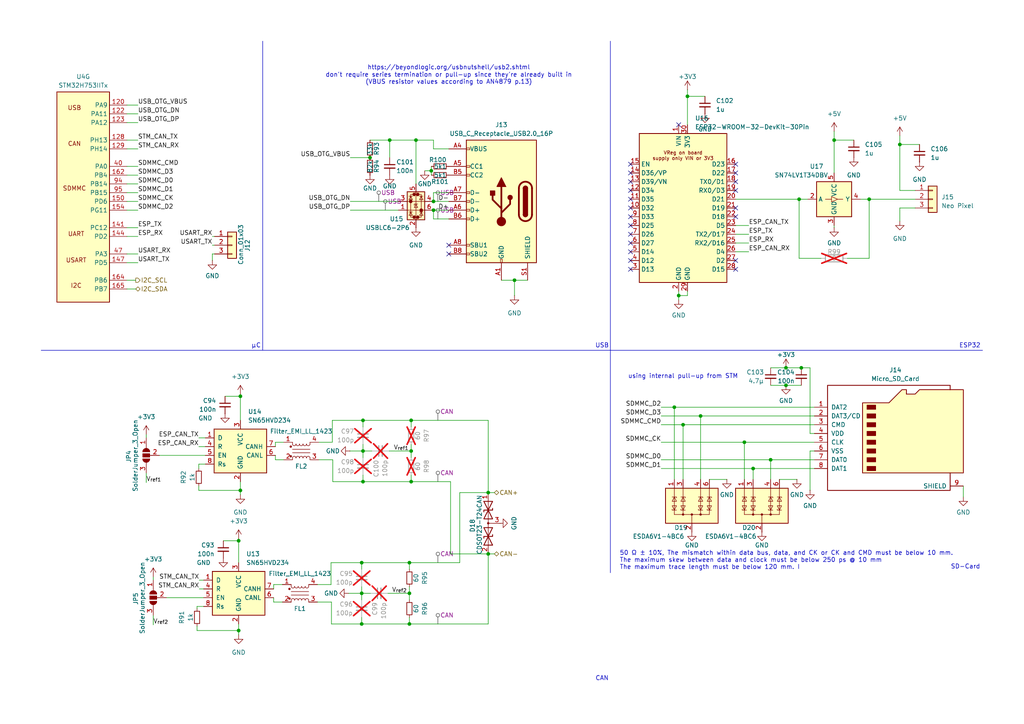
<source format=kicad_sch>
(kicad_sch
	(version 20250114)
	(generator "eeschema")
	(generator_version "9.0")
	(uuid "c61dd313-04ad-474f-9718-66b9bce07315")
	(paper "A4")
	
	(text "50 Ω ± 10%, The mismatch within data bus, data, and CK or CK and CMD must be below 10 mm.\nThe maximum skew between data and clock must be below 250 ps @ 10 mm\nThe maximum trace length must be below 120 mm. I"
		(exclude_from_sim no)
		(at 179.705 162.56 0)
		(effects
			(font
				(size 1.27 1.27)
			)
			(justify left)
		)
		(uuid "0232814d-2630-4b56-a948-0a44be293620")
	)
	(text "USB"
		(exclude_from_sim no)
		(at 174.625 100.33 0)
		(effects
			(font
				(size 1.27 1.27)
			)
		)
		(uuid "030ac795-edf5-444d-9323-762df8451be4")
	)
	(text "SD-Card"
		(exclude_from_sim no)
		(at 280.035 164.465 0)
		(effects
			(font
				(size 1.27 1.27)
			)
		)
		(uuid "05828fab-2d04-4397-b843-7a8ebdd025b6")
	)
	(text "don't require series termination or pull-up since they're already built in\n(VBUS resistor values according to AN4879 p.13)"
		(exclude_from_sim no)
		(at 130.175 22.86 0)
		(effects
			(font
				(size 1.27 1.27)
			)
		)
		(uuid "1055d774-b6a1-419a-b048-36be66eef259")
	)
	(text "µC"
		(exclude_from_sim no)
		(at 74.295 100.33 0)
		(effects
			(font
				(size 1.27 1.27)
			)
		)
		(uuid "116a24cc-e1f0-4e0d-bea5-abd9a8f91599")
	)
	(text "https://beyondlogic.org/usbnutshell/usb2.shtml"
		(exclude_from_sim no)
		(at 130.175 19.685 0)
		(effects
			(font
				(size 1.27 1.27)
			)
			(href "https://beyondlogic.org/usbnutshell/usb2.shtml")
		)
		(uuid "17aebb66-f36f-4773-91b3-aa6e98e3a3df")
	)
	(text "ESP32"
		(exclude_from_sim no)
		(at 281.305 100.33 0)
		(effects
			(font
				(size 1.27 1.27)
			)
		)
		(uuid "2f1a1088-c0ce-4de9-ae6e-34c8798ff98b")
	)
	(text "using internal pull-up from STM"
		(exclude_from_sim no)
		(at 198.12 109.22 0)
		(effects
			(font
				(size 1.27 1.27)
			)
		)
		(uuid "a2052886-6177-4247-95db-c4b735b95dd6")
	)
	(text "CAN"
		(exclude_from_sim no)
		(at 174.625 196.85 0)
		(effects
			(font
				(size 1.27 1.27)
			)
		)
		(uuid "aaa6aba1-4600-4726-ab41-4812b09f5f58")
	)
	(junction
		(at 231.775 57.785)
		(diameter 0)
		(color 0 0 0 0)
		(uuid "05cfbb34-84b8-41f9-b2c6-e5b00514da1d")
	)
	(junction
		(at 215.9 128.27)
		(diameter 0)
		(color 0 0 0 0)
		(uuid "0bbc3a19-37df-42ad-91f0-8540a0395fb7")
	)
	(junction
		(at 227.965 106.68)
		(diameter 0)
		(color 0 0 0 0)
		(uuid "18ab2d23-28e9-4932-9559-08cfc3b6ac2c")
	)
	(junction
		(at 232.41 106.68)
		(diameter 0)
		(color 0 0 0 0)
		(uuid "24fd9673-2273-4cc7-b851-95d6418ffacd")
	)
	(junction
		(at 118.745 180.975)
		(diameter 0)
		(color 0 0 0 0)
		(uuid "28a47998-b579-477b-8bd7-5184e4777d5e")
	)
	(junction
		(at 119.253 130.81)
		(diameter 0)
		(color 0 0 0 0)
		(uuid "3162dd44-bd73-462d-a1ba-3ec68e82b83a")
	)
	(junction
		(at 252.095 57.785)
		(diameter 0)
		(color 0 0 0 0)
		(uuid "318c4647-7bc1-4283-9b65-f73983dbd071")
	)
	(junction
		(at 149.225 81.28)
		(diameter 0)
		(color 0 0 0 0)
		(uuid "3c1013bf-bfba-435b-96c5-025b99d0e79f")
	)
	(junction
		(at 69.723 142.24)
		(diameter 0)
		(color 0 0 0 0)
		(uuid "3d875b4c-a7a5-4903-ad64-3ecea35d872b")
	)
	(junction
		(at 69.723 114.935)
		(diameter 0)
		(color 0 0 0 0)
		(uuid "41b0bad5-7e8d-4b02-8ba8-4522831df7e6")
	)
	(junction
		(at 107.315 45.72)
		(diameter 0)
		(color 0 0 0 0)
		(uuid "46e9cd3f-c4dc-4e06-874a-970861c8e4d0")
	)
	(junction
		(at 195.58 118.11)
		(diameter 0)
		(color 0 0 0 0)
		(uuid "483c68f8-8db5-413f-96da-d4c2dccc7777")
	)
	(junction
		(at 69.215 182.88)
		(diameter 0)
		(color 0 0 0 0)
		(uuid "4dfb8dde-4cef-4814-89d9-dc2c67abc0ea")
	)
	(junction
		(at 218.44 135.89)
		(diameter 0)
		(color 0 0 0 0)
		(uuid "50b25640-4ca4-435d-9ca2-96918ac454bf")
	)
	(junction
		(at 198.12 123.19)
		(diameter 0)
		(color 0 0 0 0)
		(uuid "52bd35f7-90f4-444f-80c2-b19c5579d427")
	)
	(junction
		(at 104.902 163.195)
		(diameter 0)
		(color 0 0 0 0)
		(uuid "53b32a67-343e-432d-9256-006aedde493b")
	)
	(junction
		(at 119.253 139.7)
		(diameter 0)
		(color 0 0 0 0)
		(uuid "6c0e76a3-6aad-4fb4-a948-d5eac4447136")
	)
	(junction
		(at 105.283 121.92)
		(diameter 0)
		(color 0 0 0 0)
		(uuid "7481ae21-ea6c-45fa-90b7-25db4fcacac0")
	)
	(junction
		(at 125.73 60.96)
		(diameter 0)
		(color 0 0 0 0)
		(uuid "76eb61ee-a5dc-435a-8704-218432069d76")
	)
	(junction
		(at 227.965 111.76)
		(diameter 0)
		(color 0 0 0 0)
		(uuid "7b77a6c7-da0a-42bd-826a-b38b72133772")
	)
	(junction
		(at 69.215 156.845)
		(diameter 0)
		(color 0 0 0 0)
		(uuid "7c2aa378-d994-4cbb-a7fd-662b6a6dbd3e")
	)
	(junction
		(at 223.52 133.35)
		(diameter 0)
		(color 0 0 0 0)
		(uuid "83a97a6e-f8be-41f0-8991-cb39de58c4f2")
	)
	(junction
		(at 199.39 27.94)
		(diameter 0)
		(color 0 0 0 0)
		(uuid "8a2ddf5a-e56d-4ddb-b3a7-3ce78fdb1ea7")
	)
	(junction
		(at 104.902 180.975)
		(diameter 0)
		(color 0 0 0 0)
		(uuid "8c902d7a-9a97-4247-a024-6511c85f57b0")
	)
	(junction
		(at 119.253 121.92)
		(diameter 0)
		(color 0 0 0 0)
		(uuid "9727df9d-30c2-4d31-a4a4-c18de4a38ffd")
	)
	(junction
		(at 141.605 160.655)
		(diameter 0)
		(color 0 0 0 0)
		(uuid "9b258187-c52a-4e59-8789-b7ac6ed5dc99")
	)
	(junction
		(at 104.902 172.085)
		(diameter 0)
		(color 0 0 0 0)
		(uuid "9cc87ece-ed33-40de-966c-51c2001dc894")
	)
	(junction
		(at 105.283 130.81)
		(diameter 0)
		(color 0 0 0 0)
		(uuid "9cdc856e-55bf-4f24-8496-a3f3c835efb4")
	)
	(junction
		(at 120.65 40.64)
		(diameter 0)
		(color 0 0 0 0)
		(uuid "9ea8c7a2-1503-4324-bc92-c95e051488ac")
	)
	(junction
		(at 141.605 142.875)
		(diameter 0)
		(color 0 0 0 0)
		(uuid "a02cb7ca-67e1-4267-9b51-48bfa47aa699")
	)
	(junction
		(at 203.2 120.65)
		(diameter 0)
		(color 0 0 0 0)
		(uuid "a030d523-f685-498c-a6ce-88394aca3cb6")
	)
	(junction
		(at 118.745 163.195)
		(diameter 0)
		(color 0 0 0 0)
		(uuid "b60abf17-3e74-47af-a488-26c720dd0b0f")
	)
	(junction
		(at 118.745 172.085)
		(diameter 0)
		(color 0 0 0 0)
		(uuid "b6c8fd7b-67f5-4777-9880-dd70ef3914a0")
	)
	(junction
		(at 196.85 85.725)
		(diameter 0)
		(color 0 0 0 0)
		(uuid "cee00a16-43e6-4734-87be-e840da75aabc")
	)
	(junction
		(at 105.283 139.7)
		(diameter 0)
		(color 0 0 0 0)
		(uuid "cf065f4e-64c6-411f-9278-3cbeff3ad8fd")
	)
	(junction
		(at 125.095 49.53)
		(diameter 0)
		(color 0 0 0 0)
		(uuid "d302f7ee-d45d-43f0-9f1f-85368a116229")
	)
	(junction
		(at 260.985 41.91)
		(diameter 0)
		(color 0 0 0 0)
		(uuid "e4280f40-0a8b-46b8-8a3f-bdc2bbc7d561")
	)
	(junction
		(at 241.935 40.64)
		(diameter 0)
		(color 0 0 0 0)
		(uuid "e66e4697-c658-4daa-8505-29693d7c6fa8")
	)
	(junction
		(at 125.73 58.42)
		(diameter 0)
		(color 0 0 0 0)
		(uuid "e8da3965-6ebf-4303-bffa-5c0b2fe16f2a")
	)
	(junction
		(at 113.03 40.64)
		(diameter 0)
		(color 0 0 0 0)
		(uuid "eef95e3a-9baf-4512-9c0f-0fb5481cc6c4")
	)
	(no_connect
		(at 182.88 73.025)
		(uuid "0f78565a-9a79-4977-842d-db81c2f3a858")
	)
	(no_connect
		(at 182.88 55.245)
		(uuid "1635493b-c0b0-4b22-91c0-dd20f89d28d6")
	)
	(no_connect
		(at 182.88 57.785)
		(uuid "2cd37b9b-1e16-4721-baaf-0f02fff9ee15")
	)
	(no_connect
		(at 213.36 47.625)
		(uuid "2e298096-7ace-418c-89a7-3d43d6bed0db")
	)
	(no_connect
		(at 182.88 60.325)
		(uuid "3bc25636-dee2-443e-8ccb-a980f456ac63")
	)
	(no_connect
		(at 182.88 50.165)
		(uuid "43d8676e-50c6-4697-acd1-a078ec396d67")
	)
	(no_connect
		(at 182.88 65.405)
		(uuid "4a7c660c-ecc7-4617-8099-7833ce97674f")
	)
	(no_connect
		(at 182.88 47.625)
		(uuid "5a25121c-a1f8-402a-a503-9b4b6773db57")
	)
	(no_connect
		(at 196.85 36.195)
		(uuid "5c9306cf-381b-4d82-8a3a-52bc964f2a36")
	)
	(no_connect
		(at 213.36 52.705)
		(uuid "5c964bdf-2ed2-4eef-b541-8ce09ccb6359")
	)
	(no_connect
		(at 182.88 78.105)
		(uuid "5cab31a6-586b-4cbb-8e74-6785a73b7287")
	)
	(no_connect
		(at 213.36 75.565)
		(uuid "627c0ac6-463b-4d74-9056-912f48f57f8c")
	)
	(no_connect
		(at 182.88 67.945)
		(uuid "662f2eb1-7541-4b5a-9b3e-348e11036abd")
	)
	(no_connect
		(at 182.88 52.705)
		(uuid "73269fd7-c364-4aef-a8b5-a2eabdfa97a8")
	)
	(no_connect
		(at 213.36 60.325)
		(uuid "797e1eed-a489-45da-8c0f-184fc597169c")
	)
	(no_connect
		(at 182.88 75.565)
		(uuid "8365a6d4-6d29-461b-904c-0324ca06fc5a")
	)
	(no_connect
		(at 182.88 62.865)
		(uuid "8ac847d1-9069-40ae-a3f2-d3aed782fb55")
	)
	(no_connect
		(at 213.36 78.105)
		(uuid "8f56c4af-52dc-4612-9881-b40f131d9649")
	)
	(no_connect
		(at 213.36 50.165)
		(uuid "b938ea39-6292-4387-8cd7-875c20a9d49a")
	)
	(no_connect
		(at 130.175 71.12)
		(uuid "d7064c93-16c6-497d-859a-7b410a29e175")
	)
	(no_connect
		(at 213.36 55.245)
		(uuid "da2de24c-d775-46ec-8771-ff0ede014a17")
	)
	(no_connect
		(at 130.175 73.66)
		(uuid "e5cfba84-9aae-4335-81b2-f9420a56298e")
	)
	(no_connect
		(at 182.88 70.485)
		(uuid "e700e196-44ff-4ef8-a8e9-38a5e666b895")
	)
	(no_connect
		(at 213.36 62.865)
		(uuid "ffc9674a-9076-447f-ba67-71a5716efeb9")
	)
	(wire
		(pts
			(xy 198.12 123.19) (xy 198.12 139.065)
		)
		(stroke
			(width 0)
			(type default)
		)
		(uuid "0126e725-cd4a-43de-a635-49074d4eee16")
	)
	(wire
		(pts
			(xy 113.03 40.64) (xy 120.65 40.64)
		)
		(stroke
			(width 0)
			(type default)
		)
		(uuid "03b6b96d-d108-4c6b-b2b6-d370d0813a07")
	)
	(wire
		(pts
			(xy 40.005 53.34) (xy 36.83 53.34)
		)
		(stroke
			(width 0)
			(type default)
		)
		(uuid "069c83cc-66af-4239-a3f2-6fc7c9797843")
	)
	(wire
		(pts
			(xy 227.965 106.68) (xy 232.41 106.68)
		)
		(stroke
			(width 0)
			(type default)
		)
		(uuid "0720b77c-06ec-4ddc-af8a-933409149d5c")
	)
	(wire
		(pts
			(xy 252.095 57.785) (xy 252.095 74.93)
		)
		(stroke
			(width 0)
			(type default)
		)
		(uuid "07821e1a-6081-4b53-af8d-3407e5dfe479")
	)
	(wire
		(pts
			(xy 96.139 174.625) (xy 96.139 180.975)
		)
		(stroke
			(width 0)
			(type default)
		)
		(uuid "07b7ef48-98f5-4f9c-8c83-e93a23111e86")
	)
	(wire
		(pts
			(xy 217.17 65.405) (xy 213.36 65.405)
		)
		(stroke
			(width 0)
			(type default)
		)
		(uuid "08072ded-74bf-4b0b-806c-19444be54a5d")
	)
	(wire
		(pts
			(xy 101.6 58.42) (xy 115.57 58.42)
		)
		(stroke
			(width 0)
			(type default)
		)
		(uuid "082fce0a-328f-4c33-b82d-f736243226bd")
	)
	(wire
		(pts
			(xy 125.095 49.53) (xy 125.095 50.8)
		)
		(stroke
			(width 0)
			(type default)
		)
		(uuid "0ea0bb12-e71d-4036-85a4-6c19fe123590")
	)
	(wire
		(pts
			(xy 79.883 133.35) (xy 79.883 132.08)
		)
		(stroke
			(width 0)
			(type default)
		)
		(uuid "0eb24822-65ba-4fcc-a791-110a601cab9c")
	)
	(wire
		(pts
			(xy 241.935 40.64) (xy 247.65 40.64)
		)
		(stroke
			(width 0)
			(type default)
		)
		(uuid "0ec11d76-de2c-47d9-b68b-71e96f39e5f7")
	)
	(wire
		(pts
			(xy 36.83 55.88) (xy 40.005 55.88)
		)
		(stroke
			(width 0)
			(type default)
		)
		(uuid "0f23c12c-ee24-49ec-857a-7c94676913f0")
	)
	(wire
		(pts
			(xy 113.03 40.64) (xy 113.03 45.72)
		)
		(stroke
			(width 0)
			(type default)
		)
		(uuid "0f360adf-082b-43ce-b071-56ba3d6d1ff9")
	)
	(wire
		(pts
			(xy 223.52 133.35) (xy 236.22 133.35)
		)
		(stroke
			(width 0)
			(type default)
		)
		(uuid "0fe1c355-612f-4426-80ff-01e842356dec")
	)
	(wire
		(pts
			(xy 199.39 27.94) (xy 199.39 36.195)
		)
		(stroke
			(width 0)
			(type default)
		)
		(uuid "11371f3a-622b-4d06-958d-0de2e3aefad4")
	)
	(wire
		(pts
			(xy 44.45 178.435) (xy 44.45 181.229)
		)
		(stroke
			(width 0)
			(type default)
		)
		(uuid "1191196b-173d-4dee-bb6d-b29a4d435163")
	)
	(wire
		(pts
			(xy 260.985 41.91) (xy 260.985 55.245)
		)
		(stroke
			(width 0)
			(type default)
		)
		(uuid "11fcf8a6-a9da-4e10-b537-040a5f04eac6")
	)
	(wire
		(pts
			(xy 92.075 169.545) (xy 96.012 169.545)
		)
		(stroke
			(width 0)
			(type default)
		)
		(uuid "1255d5b2-c80c-45ce-8562-7f9325184eb2")
	)
	(wire
		(pts
			(xy 119.253 121.92) (xy 141.605 121.92)
		)
		(stroke
			(width 0)
			(type default)
		)
		(uuid "16abee5d-4262-4bfd-ba27-099017bd3c89")
	)
	(wire
		(pts
			(xy 199.39 85.725) (xy 199.39 84.455)
		)
		(stroke
			(width 0)
			(type default)
		)
		(uuid "175d1789-0795-45ea-bebd-00c51a23ce0a")
	)
	(wire
		(pts
			(xy 191.77 133.35) (xy 223.52 133.35)
		)
		(stroke
			(width 0)
			(type default)
		)
		(uuid "1771b8ef-8c2d-4dbc-bfd3-902fd9585271")
	)
	(wire
		(pts
			(xy 61.595 73.66) (xy 61.595 75.565)
		)
		(stroke
			(width 0)
			(type default)
		)
		(uuid "1851c3fc-c833-4316-939d-3a55a4935065")
	)
	(wire
		(pts
			(xy 61.595 71.12) (xy 62.23 71.12)
		)
		(stroke
			(width 0)
			(type default)
		)
		(uuid "18ab3ef7-d310-4dfe-9bd7-87f1a836a671")
	)
	(wire
		(pts
			(xy 36.83 33.02) (xy 40.005 33.02)
		)
		(stroke
			(width 0)
			(type default)
		)
		(uuid "1b135d7b-8f10-4d19-9a19-146ba9d74198")
	)
	(wire
		(pts
			(xy 112.522 172.085) (xy 118.745 172.085)
		)
		(stroke
			(width 0)
			(type default)
		)
		(uuid "1c380b4c-4cae-4aa6-b682-a869ce94709e")
	)
	(wire
		(pts
			(xy 96.393 121.92) (xy 105.283 121.92)
		)
		(stroke
			(width 0)
			(type default)
		)
		(uuid "1c39585e-5704-44d0-a33d-b3876c68f352")
	)
	(wire
		(pts
			(xy 69.723 114.3) (xy 69.723 114.935)
		)
		(stroke
			(width 0)
			(type default)
		)
		(uuid "1e2b6175-d853-4821-ba74-1f24382ec349")
	)
	(wire
		(pts
			(xy 105.283 121.92) (xy 119.253 121.92)
		)
		(stroke
			(width 0)
			(type default)
		)
		(uuid "1ecee70f-1b0e-4963-98bb-53f91fcf7497")
	)
	(wire
		(pts
			(xy 118.745 170.18) (xy 118.745 172.085)
		)
		(stroke
			(width 0)
			(type default)
		)
		(uuid "216a5d0c-6bc2-4d57-bfc1-a0137443fd45")
	)
	(wire
		(pts
			(xy 125.73 55.88) (xy 130.175 55.88)
		)
		(stroke
			(width 0)
			(type default)
		)
		(uuid "21acc590-ee7c-4d1e-8e1e-92f9f843d3c0")
	)
	(wire
		(pts
			(xy 36.83 60.96) (xy 40.005 60.96)
		)
		(stroke
			(width 0)
			(type default)
		)
		(uuid "2201ad5c-2ea0-4a84-9169-84f97ac3d850")
	)
	(wire
		(pts
			(xy 125.73 60.96) (xy 130.175 60.96)
		)
		(stroke
			(width 0)
			(type default)
		)
		(uuid "23e71670-b058-4e01-a066-4bf14b43a603")
	)
	(wire
		(pts
			(xy 118.745 172.085) (xy 118.745 173.99)
		)
		(stroke
			(width 0)
			(type default)
		)
		(uuid "25fcae18-2fce-4a2e-b99e-14db92c22b5a")
	)
	(wire
		(pts
			(xy 133.35 142.875) (xy 141.605 142.875)
		)
		(stroke
			(width 0)
			(type default)
		)
		(uuid "27d7ae8c-7eae-4f28-bd8f-3df57c79cc78")
	)
	(wire
		(pts
			(xy 217.17 73.025) (xy 213.36 73.025)
		)
		(stroke
			(width 0)
			(type default)
		)
		(uuid "29423af5-f664-45ad-bb1e-0735e38873c2")
	)
	(wire
		(pts
			(xy 118.745 163.195) (xy 133.35 163.195)
		)
		(stroke
			(width 0)
			(type default)
		)
		(uuid "2d763691-facb-4f15-9e9f-59c2b2d09226")
	)
	(wire
		(pts
			(xy 40.005 30.48) (xy 36.83 30.48)
		)
		(stroke
			(width 0)
			(type default)
		)
		(uuid "2e6d5f7d-e2c5-4fff-9ab8-ff9e5059fed6")
	)
	(wire
		(pts
			(xy 238.125 74.93) (xy 231.775 74.93)
		)
		(stroke
			(width 0)
			(type default)
		)
		(uuid "2fa12003-ea95-4a7e-a7b4-8f6dd8428bb3")
	)
	(wire
		(pts
			(xy 44.45 167.259) (xy 44.45 168.275)
		)
		(stroke
			(width 0)
			(type default)
		)
		(uuid "2fe633c0-4d3d-40d2-b66e-9c920b1c7a86")
	)
	(wire
		(pts
			(xy 218.44 139.065) (xy 218.44 135.89)
		)
		(stroke
			(width 0)
			(type default)
		)
		(uuid "3173a2ad-906e-47f8-a364-fc370f3c628a")
	)
	(wire
		(pts
			(xy 145.415 151.765) (xy 144.653 151.765)
		)
		(stroke
			(width 0)
			(type default)
		)
		(uuid "31a4bbdf-559b-4207-a858-901d74817d56")
	)
	(wire
		(pts
			(xy 65.278 114.935) (xy 69.723 114.935)
		)
		(stroke
			(width 0)
			(type default)
		)
		(uuid "32faf47c-e64c-44b4-9d62-4d28d8d4153b")
	)
	(polyline
		(pts
			(xy 11.938 101.6) (xy 284.988 101.6)
		)
		(stroke
			(width 0)
			(type default)
		)
		(uuid "3585df17-1500-4acf-8047-979ff4b5fedc")
	)
	(wire
		(pts
			(xy 69.215 182.88) (xy 69.215 184.15)
		)
		(stroke
			(width 0)
			(type default)
		)
		(uuid "364b407f-3b1e-4c62-9eb8-d29a94c13635")
	)
	(wire
		(pts
			(xy 130.683 160.655) (xy 130.683 139.7)
		)
		(stroke
			(width 0)
			(type default)
		)
		(uuid "37424b4b-71c8-41c4-b362-ea3007ee2cc4")
	)
	(wire
		(pts
			(xy 231.775 74.93) (xy 231.775 57.785)
		)
		(stroke
			(width 0)
			(type default)
		)
		(uuid "393f9b29-c1fb-4477-8410-888c1c775882")
	)
	(wire
		(pts
			(xy 241.935 38.1) (xy 241.935 40.64)
		)
		(stroke
			(width 0)
			(type default)
		)
		(uuid "395ffaba-dbfc-4c84-b3a1-2617223e9f3e")
	)
	(wire
		(pts
			(xy 96.52 133.35) (xy 96.52 139.7)
		)
		(stroke
			(width 0)
			(type default)
		)
		(uuid "3b6bddeb-5651-4db5-98b2-9b6f3f702707")
	)
	(wire
		(pts
			(xy 101.6 45.72) (xy 107.315 45.72)
		)
		(stroke
			(width 0)
			(type default)
		)
		(uuid "3d2cc28f-a815-44ff-b579-98f1bafc55ff")
	)
	(wire
		(pts
			(xy 236.22 125.73) (xy 234.95 125.73)
		)
		(stroke
			(width 0)
			(type default)
		)
		(uuid "3d36dc6e-fb6c-4d22-b425-43462a3be059")
	)
	(wire
		(pts
			(xy 36.83 73.66) (xy 40.005 73.66)
		)
		(stroke
			(width 0)
			(type default)
		)
		(uuid "3e2111f4-1096-49ea-babe-955e0bcbceb6")
	)
	(wire
		(pts
			(xy 119.253 128.905) (xy 119.253 130.81)
		)
		(stroke
			(width 0)
			(type default)
		)
		(uuid "418d6449-7d54-435c-9348-9ebcc667fba1")
	)
	(wire
		(pts
			(xy 149.225 81.28) (xy 145.415 81.28)
		)
		(stroke
			(width 0)
			(type default)
		)
		(uuid "43eb60ad-a089-43b3-8c73-3cd2d4334140")
	)
	(wire
		(pts
			(xy 226.06 139.065) (xy 231.14 139.065)
		)
		(stroke
			(width 0)
			(type default)
		)
		(uuid "4509c7f5-35ec-4bd1-89e7-1a05d5b53aa2")
	)
	(wire
		(pts
			(xy 125.73 58.42) (xy 125.73 55.88)
		)
		(stroke
			(width 0)
			(type default)
		)
		(uuid "4991bdca-b170-43ed-84ef-9caf2ab85aec")
	)
	(wire
		(pts
			(xy 118.745 179.07) (xy 118.745 180.975)
		)
		(stroke
			(width 0)
			(type default)
		)
		(uuid "4abd7593-788c-4faf-8edb-6bf231a57d07")
	)
	(wire
		(pts
			(xy 61.595 68.58) (xy 62.23 68.58)
		)
		(stroke
			(width 0)
			(type default)
		)
		(uuid "4c385e60-1b83-4735-8d87-273cadd39ee9")
	)
	(wire
		(pts
			(xy 120.65 40.64) (xy 125.73 40.64)
		)
		(stroke
			(width 0)
			(type default)
		)
		(uuid "4c4a7a36-80ee-4595-b311-1291392bf06c")
	)
	(wire
		(pts
			(xy 231.775 57.785) (xy 234.315 57.785)
		)
		(stroke
			(width 0)
			(type default)
		)
		(uuid "4dc32d7f-3ff8-43a5-afb9-2f4908b6a181")
	)
	(wire
		(pts
			(xy 141.605 160.655) (xy 141.605 180.975)
		)
		(stroke
			(width 0)
			(type default)
		)
		(uuid "4f3190e5-1fec-4c20-8c78-bb72eed0982d")
	)
	(wire
		(pts
			(xy 260.985 55.245) (xy 265.43 55.245)
		)
		(stroke
			(width 0)
			(type default)
		)
		(uuid "4f4d3fff-85b9-4083-bd46-2b914ab4a849")
	)
	(wire
		(pts
			(xy 223.52 133.35) (xy 223.52 139.065)
		)
		(stroke
			(width 0)
			(type default)
		)
		(uuid "4ff43a78-6f92-4a7c-8cfb-ed39be066f5a")
	)
	(wire
		(pts
			(xy 234.95 130.81) (xy 234.95 142.24)
		)
		(stroke
			(width 0)
			(type default)
		)
		(uuid "5121f087-75a7-4517-bf80-93142898bd7b")
	)
	(wire
		(pts
			(xy 223.52 111.76) (xy 227.965 111.76)
		)
		(stroke
			(width 0)
			(type default)
		)
		(uuid "551574cf-3580-4b1f-8680-a14f6beb8bdd")
	)
	(wire
		(pts
			(xy 79.883 128.27) (xy 82.296 128.27)
		)
		(stroke
			(width 0)
			(type default)
		)
		(uuid "569600ce-4916-426c-ad6a-43656f889c21")
	)
	(wire
		(pts
			(xy 69.215 156.21) (xy 69.215 156.845)
		)
		(stroke
			(width 0)
			(type default)
		)
		(uuid "573d52d7-2912-42f7-a32c-98f9437fcfb4")
	)
	(wire
		(pts
			(xy 57.785 168.275) (xy 59.055 168.275)
		)
		(stroke
			(width 0)
			(type default)
		)
		(uuid "58a5b0f4-7372-4ed6-b2ff-21c9fc14c383")
	)
	(wire
		(pts
			(xy 191.77 135.89) (xy 218.44 135.89)
		)
		(stroke
			(width 0)
		
... [138019 chars truncated]
</source>
